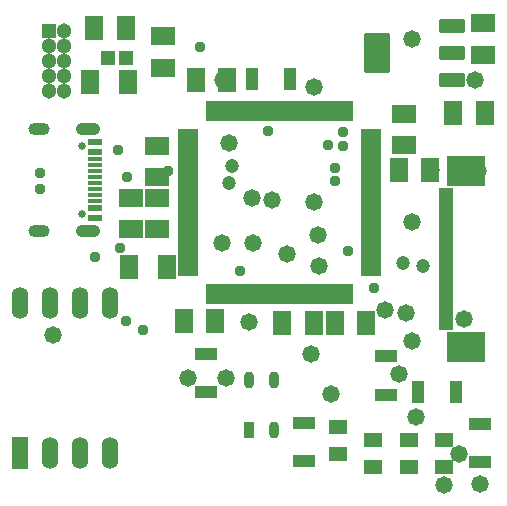
<source format=gts>
G04*
G04 #@! TF.GenerationSoftware,Altium Limited,Altium Designer,22.5.1 (42)*
G04*
G04 Layer_Color=8388736*
%FSLAX44Y44*%
%MOMM*%
G71*
G04*
G04 #@! TF.SameCoordinates,B7139921-243E-46E6-831D-1EB255EF57CC*
G04*
G04*
G04 #@! TF.FilePolarity,Negative*
G04*
G01*
G75*
%ADD21R,1.1500X0.6000*%
%ADD22R,1.1500X0.3000*%
%ADD33O,0.8532X1.4532*%
%ADD34R,0.8532X1.4532*%
%ADD35R,1.8532X1.1032*%
%ADD36R,1.7272X0.5334*%
%ADD37R,0.5334X1.7272*%
%ADD38R,2.0232X1.6432*%
%ADD39R,1.1032X1.8532*%
%ADD40R,1.6032X1.2032*%
%ADD41R,1.3032X0.5032*%
%ADD42R,3.3032X2.5032*%
G04:AMPARAMS|DCode=43|XSize=3.4532mm|YSize=2.2532mm|CornerRadius=0.1529mm|HoleSize=0mm|Usage=FLASHONLY|Rotation=270.000|XOffset=0mm|YOffset=0mm|HoleType=Round|Shape=RoundedRectangle|*
%AMROUNDEDRECTD43*
21,1,3.4532,1.9475,0,0,270.0*
21,1,3.1475,2.2532,0,0,270.0*
1,1,0.3057,-0.9738,-1.5738*
1,1,0.3057,-0.9738,1.5738*
1,1,0.3057,0.9738,1.5738*
1,1,0.3057,0.9738,-1.5738*
%
%ADD43ROUNDEDRECTD43*%
G04:AMPARAMS|DCode=44|XSize=1.2032mm|YSize=2.2532mm|CornerRadius=0.1516mm|HoleSize=0mm|Usage=FLASHONLY|Rotation=270.000|XOffset=0mm|YOffset=0mm|HoleType=Round|Shape=RoundedRectangle|*
%AMROUNDEDRECTD44*
21,1,1.2032,1.9500,0,0,270.0*
21,1,0.9000,2.2532,0,0,270.0*
1,1,0.3032,-0.9750,-0.4500*
1,1,0.3032,-0.9750,0.4500*
1,1,0.3032,0.9750,0.4500*
1,1,0.3032,0.9750,-0.4500*
%
%ADD44ROUNDEDRECTD44*%
%ADD45R,1.5532X2.1032*%
%ADD46R,1.6432X2.0232*%
%ADD47R,1.2032X1.1732*%
%ADD48C,0.6500*%
G04:AMPARAMS|DCode=49|XSize=1mm|YSize=2.1mm|CornerRadius=0.5mm|HoleSize=0mm|Usage=FLASHONLY|Rotation=270.000|XOffset=0mm|YOffset=0mm|HoleType=Round|Shape=RoundedRectangle|*
%AMROUNDEDRECTD49*
21,1,1.0000,1.1000,0,0,270.0*
21,1,0.0000,2.1000,0,0,270.0*
1,1,1.0000,-0.5500,0.0000*
1,1,1.0000,-0.5500,0.0000*
1,1,1.0000,0.5500,0.0000*
1,1,1.0000,0.5500,0.0000*
%
%ADD49ROUNDEDRECTD49*%
G04:AMPARAMS|DCode=50|XSize=1mm|YSize=1.8mm|CornerRadius=0.5mm|HoleSize=0mm|Usage=FLASHONLY|Rotation=270.000|XOffset=0mm|YOffset=0mm|HoleType=Round|Shape=RoundedRectangle|*
%AMROUNDEDRECTD50*
21,1,1.0000,0.8000,0,0,270.0*
21,1,0.0000,1.8000,0,0,270.0*
1,1,1.0000,-0.4000,0.0000*
1,1,1.0000,-0.4000,0.0000*
1,1,1.0000,0.4000,0.0000*
1,1,1.0000,0.4000,0.0000*
%
%ADD50ROUNDEDRECTD50*%
%ADD51R,1.4032X2.7032*%
%ADD52O,1.4032X2.7032*%
%ADD53R,1.3032X1.3032*%
%ADD54C,1.3032*%
%ADD55C,1.4732*%
%ADD56C,1.2032*%
%ADD57C,0.9532*%
D21*
X76346Y237379D02*
D03*
Y301379D02*
D03*
Y245379D02*
D03*
Y293379D02*
D03*
D22*
Y251879D02*
D03*
Y256879D02*
D03*
Y261879D02*
D03*
Y266879D02*
D03*
Y271879D02*
D03*
Y276879D02*
D03*
Y281879D02*
D03*
Y286879D02*
D03*
D33*
X228340Y58172D02*
D03*
X206840Y99672D02*
D03*
X228340D02*
D03*
D34*
X206840Y58172D02*
D03*
D35*
X253254Y63404D02*
D03*
Y31104D02*
D03*
X170746Y121896D02*
D03*
Y89596D02*
D03*
X402000Y30700D02*
D03*
Y63000D02*
D03*
X323000Y120000D02*
D03*
Y87700D02*
D03*
D36*
X155284Y310284D02*
D03*
Y305284D02*
D03*
Y300284D02*
D03*
Y295284D02*
D03*
Y290284D02*
D03*
Y285284D02*
D03*
Y280284D02*
D03*
Y275284D02*
D03*
Y270284D02*
D03*
Y265284D02*
D03*
Y260284D02*
D03*
Y255284D02*
D03*
Y250284D02*
D03*
Y245284D02*
D03*
Y240284D02*
D03*
Y235284D02*
D03*
Y230284D02*
D03*
Y225284D02*
D03*
Y220284D02*
D03*
Y215284D02*
D03*
Y210284D02*
D03*
Y205284D02*
D03*
Y200284D02*
D03*
Y195284D02*
D03*
Y190284D02*
D03*
X309716D02*
D03*
Y195284D02*
D03*
Y200284D02*
D03*
Y205284D02*
D03*
Y210284D02*
D03*
Y215284D02*
D03*
Y220284D02*
D03*
Y225284D02*
D03*
Y230284D02*
D03*
Y235284D02*
D03*
Y240284D02*
D03*
Y245284D02*
D03*
Y250284D02*
D03*
Y255284D02*
D03*
Y260284D02*
D03*
Y265284D02*
D03*
Y270284D02*
D03*
Y275284D02*
D03*
Y280284D02*
D03*
Y285284D02*
D03*
Y290284D02*
D03*
Y295284D02*
D03*
Y300284D02*
D03*
Y305284D02*
D03*
Y310284D02*
D03*
D37*
X172500Y173068D02*
D03*
X177500D02*
D03*
X182500D02*
D03*
X187500D02*
D03*
X192500D02*
D03*
X197500D02*
D03*
X202500D02*
D03*
X207500D02*
D03*
X212500D02*
D03*
X217500D02*
D03*
X222500D02*
D03*
X227500D02*
D03*
X232500D02*
D03*
X237500D02*
D03*
X242500D02*
D03*
X247500D02*
D03*
X252500D02*
D03*
X257500D02*
D03*
X262500D02*
D03*
X267500D02*
D03*
X272500D02*
D03*
X277500D02*
D03*
X282500D02*
D03*
X287500D02*
D03*
X292500D02*
D03*
Y327500D02*
D03*
X287500D02*
D03*
X282500D02*
D03*
X277500D02*
D03*
X272500D02*
D03*
X267500D02*
D03*
X262500D02*
D03*
X257500D02*
D03*
X252500D02*
D03*
X247500D02*
D03*
X242500D02*
D03*
X237500D02*
D03*
X232500D02*
D03*
X227500D02*
D03*
X222500D02*
D03*
X217500D02*
D03*
X212500D02*
D03*
X207500D02*
D03*
X202500D02*
D03*
X197500D02*
D03*
X192500D02*
D03*
X187500D02*
D03*
X182500D02*
D03*
X177500D02*
D03*
X172500D02*
D03*
D38*
X107000Y227640D02*
D03*
Y254360D02*
D03*
X338000Y298640D02*
D03*
Y325360D02*
D03*
X134000Y391360D02*
D03*
Y364640D02*
D03*
X129000Y271640D02*
D03*
Y298360D02*
D03*
X405000Y402360D02*
D03*
Y375640D02*
D03*
X129000Y254360D02*
D03*
Y227640D02*
D03*
D39*
X381896Y90254D02*
D03*
X349596D02*
D03*
X209104Y354746D02*
D03*
X241404D02*
D03*
D40*
X342000Y49430D02*
D03*
Y26570D02*
D03*
X282000Y37570D02*
D03*
Y60430D02*
D03*
X372000Y49430D02*
D03*
Y26570D02*
D03*
X312000Y49430D02*
D03*
Y26570D02*
D03*
D41*
X373721Y260000D02*
D03*
Y255000D02*
D03*
Y250000D02*
D03*
Y245000D02*
D03*
Y240000D02*
D03*
Y235000D02*
D03*
Y230000D02*
D03*
Y225000D02*
D03*
Y220000D02*
D03*
Y215000D02*
D03*
Y210000D02*
D03*
Y205000D02*
D03*
Y200000D02*
D03*
Y195000D02*
D03*
Y190000D02*
D03*
Y185000D02*
D03*
Y180000D02*
D03*
Y175000D02*
D03*
Y170000D02*
D03*
Y165000D02*
D03*
Y160000D02*
D03*
Y155000D02*
D03*
Y150000D02*
D03*
Y145000D02*
D03*
D42*
X390721Y128300D02*
D03*
Y276700D02*
D03*
D43*
X315250Y377000D02*
D03*
D44*
X378750Y400000D02*
D03*
Y377000D02*
D03*
Y354000D02*
D03*
D45*
X137000Y196000D02*
D03*
X105000D02*
D03*
X104000Y352000D02*
D03*
X72000D02*
D03*
D46*
X360360Y278000D02*
D03*
X333640D02*
D03*
X102360Y398000D02*
D03*
X75640D02*
D03*
X188360Y354000D02*
D03*
X161640D02*
D03*
X379640Y326000D02*
D03*
X406360D02*
D03*
X261720Y148000D02*
D03*
X235000D02*
D03*
X306011Y148011D02*
D03*
X279291D02*
D03*
X178360Y150000D02*
D03*
X151640D02*
D03*
D47*
X87650Y373000D02*
D03*
X102350D02*
D03*
D48*
X65596Y240479D02*
D03*
Y298279D02*
D03*
D49*
X70596Y226179D02*
D03*
Y312579D02*
D03*
D50*
X28796Y226179D02*
D03*
Y312579D02*
D03*
D51*
X13200Y38000D02*
D03*
D52*
X38600D02*
D03*
X64000D02*
D03*
X89400D02*
D03*
X13200Y165000D02*
D03*
X38600D02*
D03*
X64000D02*
D03*
X89400D02*
D03*
D53*
X37500Y395400D02*
D03*
D54*
X50200D02*
D03*
X37500Y382700D02*
D03*
X50200D02*
D03*
X37500Y370000D02*
D03*
X50200D02*
D03*
X37500Y357300D02*
D03*
X50200D02*
D03*
X37500Y344600D02*
D03*
X50200D02*
D03*
D55*
X226000Y252322D02*
D03*
X209255Y254534D02*
D03*
X259000Y122110D02*
D03*
X235000Y148000D02*
D03*
X207000Y149000D02*
D03*
X340000Y157110D02*
D03*
X322000Y159000D02*
D03*
X345000Y234000D02*
D03*
X266000Y197000D02*
D03*
X264790Y222803D02*
D03*
X262000Y348000D02*
D03*
X389000Y152000D02*
D03*
X400890Y277000D02*
D03*
X262000Y251000D02*
D03*
X398000Y354000D02*
D03*
X345000Y389000D02*
D03*
X190000Y300804D02*
D03*
X338210Y298676D02*
D03*
X183640Y216000D02*
D03*
X210360D02*
D03*
X239000Y207000D02*
D03*
X334000Y104890D02*
D03*
X151640Y150000D02*
D03*
X107000Y227640D02*
D03*
X402000Y12000D02*
D03*
X384860Y37718D02*
D03*
X372000Y11000D02*
D03*
X345000Y133000D02*
D03*
X348000Y69000D02*
D03*
X276000Y88000D02*
D03*
X155461Y101531D02*
D03*
X361000Y278000D02*
D03*
X187441Y101390D02*
D03*
X184360Y354000D02*
D03*
X41000Y138000D02*
D03*
X134191Y364561D02*
D03*
X279651Y148011D02*
D03*
X389000Y128000D02*
D03*
D56*
X190000Y267000D02*
D03*
X192000Y281000D02*
D03*
X337000Y199000D02*
D03*
X354000Y196460D02*
D03*
D57*
X76000Y204290D02*
D03*
X178293Y148844D02*
D03*
X305956Y148066D02*
D03*
X117000Y142710D02*
D03*
X312776Y177915D02*
D03*
X199000Y192000D02*
D03*
X279674Y279326D02*
D03*
X280000Y268960D02*
D03*
X222761Y310694D02*
D03*
X29539Y261832D02*
D03*
X286000Y298000D02*
D03*
Y310000D02*
D03*
X291000Y209000D02*
D03*
X138000Y276999D02*
D03*
X96079Y294988D02*
D03*
X274000Y299000D02*
D03*
X30000Y275000D02*
D03*
X103000Y150000D02*
D03*
X165406Y382000D02*
D03*
X97290Y212000D02*
D03*
X103255Y271997D02*
D03*
M02*

</source>
